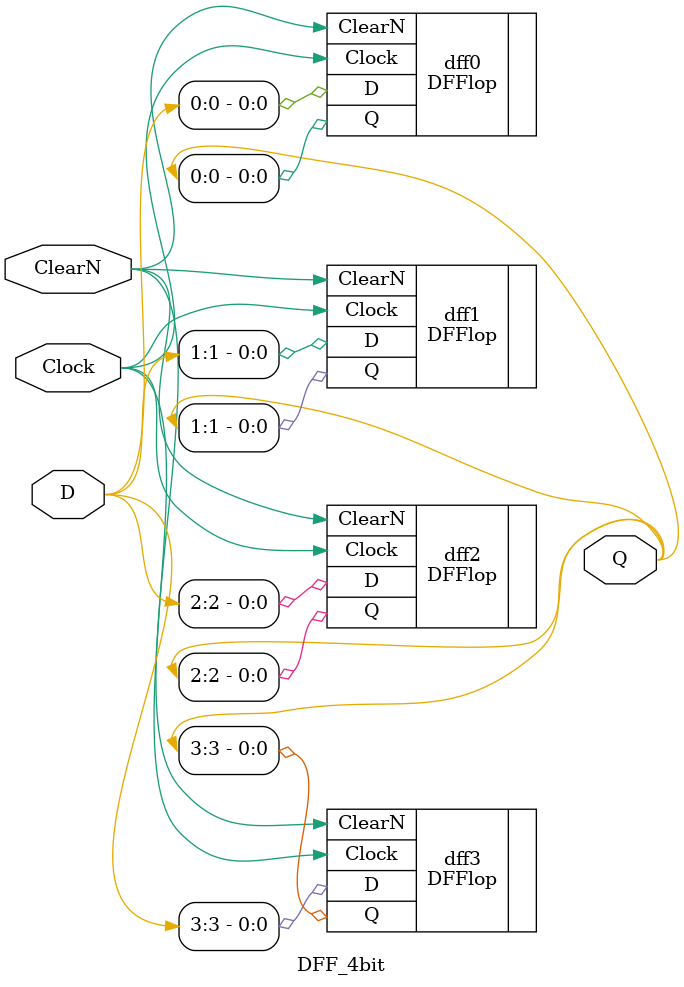
<source format=v>
module DFF_4bit (input [3:0] D, input Clock, input ClearN, output [3:0] Q);

  DFFlop dff0 (.D(D[0]), .Clock(Clock), .ClearN(ClearN), .Q(Q[0]));
  DFFlop dff1 (.D(D[1]), .Clock(Clock), .ClearN(ClearN), .Q(Q[1]));
  DFFlop dff2 (.D(D[2]), .Clock(Clock), .ClearN(ClearN), .Q(Q[2]));
  DFFlop dff3 (.D(D[3]), .Clock(Clock), .ClearN(ClearN), .Q(Q[3]));

endmodule

</source>
